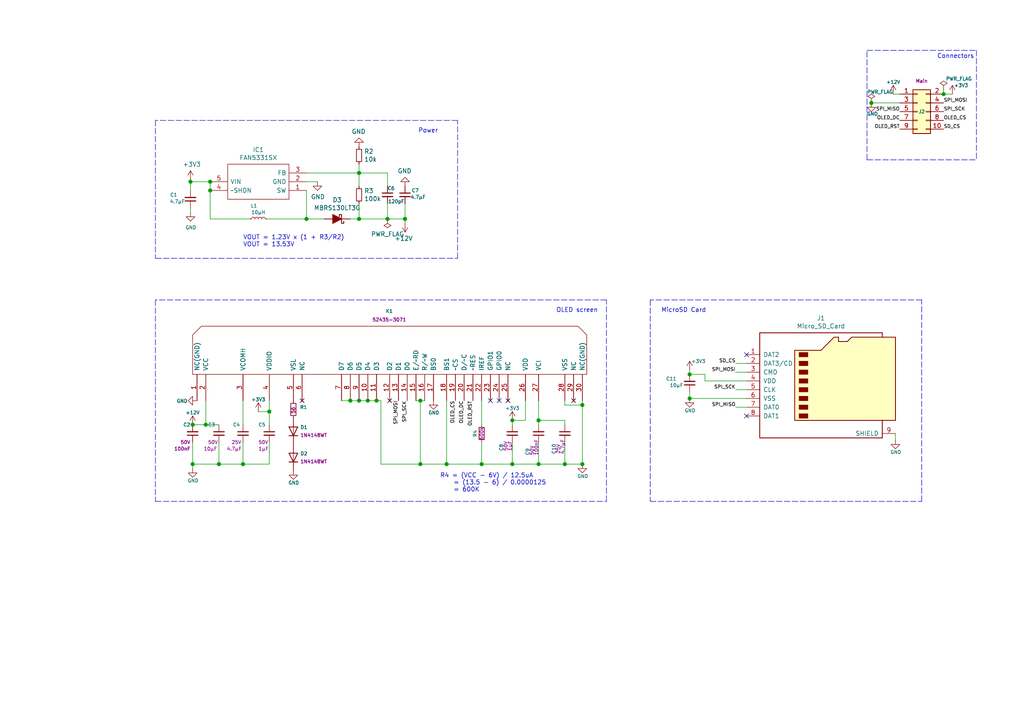
<source format=kicad_sch>
(kicad_sch (version 20210621) (generator eeschema)
  (paper "A4")
  (title_block (title "Etwow VESC Screen board"))
  (lib_symbols
    (symbol "Connector:Micro_SD_Card" (pin_names (offset 1.016))
      (property "Reference" "J" (at -16.51 15.24 0))
      (property "Value" "Micro_SD_Card" (at 16.51 15.24 0))
      (symbol "Micro_SD_Card_0_1"
        (rectangle (start -7.62 -9.525) (end -5.08 -10.795) (fill (type outline)))
        (rectangle (start -7.62 -6.985) (end -5.08 -8.255) (fill (type outline)))
        (rectangle (start -7.62 -4.445) (end -5.08 -5.715) (fill (type outline)))
        (rectangle (start -7.62 -1.905) (end -5.08 -3.175) (fill (type outline)))
        (rectangle (start -7.62 0.635) (end -5.08 -0.635) (fill (type outline)))
        (rectangle (start -7.62 3.175) (end -5.08 1.905) (fill (type outline)))
        (rectangle (start -7.62 5.715) (end -5.08 4.445) (fill (type outline)))
        (rectangle (start -7.62 8.255) (end -5.08 6.985) (fill (type outline)))
        (polyline (pts (xy 16.51 12.7) (xy 16.51 13.97) (xy -19.05 13.97) (xy -19.05 -16.51) (xy 16.51 -16.51) (xy 16.51 -11.43)) (stroke (width 0.254)))
        (polyline (pts (xy -8.89 -11.43) (xy -8.89 8.89) (xy -1.27 8.89) (xy 2.54 12.7) (xy 3.81 12.7) (xy 3.81 11.43) (xy 6.35 11.43) (xy 7.62 12.7) (xy 20.32 12.7) (xy 20.32 -11.43) (xy -8.89 -11.43)) (stroke (width 0.254)) (fill (type background)))
      )
      (symbol "Micro_SD_Card_1_1"
        (pin bidirectional line (at -22.86 7.62 0) (length 3.81) (name "DAT2") (number "1"))
        (pin bidirectional line (at -22.86 5.08 0) (length 3.81) (name "DAT3/CD") (number "2"))
        (pin input line (at -22.86 2.54 0) (length 3.81) (name "CMD") (number "3"))
        (pin power_in line (at -22.86 0 0) (length 3.81) (name "VDD") (number "4"))
        (pin input line (at -22.86 -2.54 0) (length 3.81) (name "CLK") (number "5"))
        (pin power_in line (at -22.86 -5.08 0) (length 3.81) (name "VSS") (number "6"))
        (pin bidirectional line (at -22.86 -7.62 0) (length 3.81) (name "DAT0") (number "7"))
        (pin bidirectional line (at -22.86 -10.16 0) (length 3.81) (name "DAT1") (number "8"))
        (pin passive line (at 20.32 -15.24 180) (length 3.81) (name "SHIELD") (number "9"))
      )
    )
    (symbol "Connector_Generic:Conn_02x05_Odd_Even" (pin_names (offset 1.016) hide)
      (property "Reference" "J" (at 1.27 7.62 0))
      (property "Value" "Conn_02x05_Odd_Even" (at 1.27 -7.62 0))
      (symbol "Conn_02x05_Odd_Even_1_1"
        (rectangle (start -1.27 -4.953) (end 0 -5.207) (stroke (width 0.1524)))
        (rectangle (start -1.27 -2.413) (end 0 -2.667) (stroke (width 0.1524)))
        (rectangle (start -1.27 0.127) (end 0 -0.127) (stroke (width 0.1524)))
        (rectangle (start -1.27 2.667) (end 0 2.413) (stroke (width 0.1524)))
        (rectangle (start -1.27 5.207) (end 0 4.953) (stroke (width 0.1524)))
        (rectangle (start 3.81 -4.953) (end 2.54 -5.207) (stroke (width 0.1524)))
        (rectangle (start 3.81 -2.413) (end 2.54 -2.667) (stroke (width 0.1524)))
        (rectangle (start 3.81 0.127) (end 2.54 -0.127) (stroke (width 0.1524)))
        (rectangle (start 3.81 2.667) (end 2.54 2.413) (stroke (width 0.1524)))
        (rectangle (start 3.81 5.207) (end 2.54 4.953) (stroke (width 0.1524)))
        (rectangle (start -1.27 6.35) (end 3.81 -6.35) (stroke (width 0.254)) (fill (type background)))
        (pin passive line (at -5.08 5.08 0) (length 3.81) (name "Pin_1") (number "1"))
        (pin passive line (at 7.62 -5.08 180) (length 3.81) (name "Pin_10") (number "10"))
        (pin passive line (at 7.62 5.08 180) (length 3.81) (name "Pin_2") (number "2"))
        (pin passive line (at -5.08 2.54 0) (length 3.81) (name "Pin_3") (number "3"))
        (pin passive line (at 7.62 2.54 180) (length 3.81) (name "Pin_4") (number "4"))
        (pin passive line (at -5.08 0 0) (length 3.81) (name "Pin_5") (number "5"))
        (pin passive line (at 7.62 0 180) (length 3.81) (name "Pin_6") (number "6"))
        (pin passive line (at -5.08 -2.54 0) (length 3.81) (name "Pin_7") (number "7"))
        (pin passive line (at 7.62 -2.54 180) (length 3.81) (name "Pin_8") (number "8"))
        (pin passive line (at -5.08 -5.08 0) (length 3.81) (name "Pin_9") (number "9"))
      )
    )
    (symbol "Device:C_Small" (pin_numbers hide) (pin_names (offset 0.254) hide)
      (property "Reference" "C" (at 0.254 1.778 0))
      (property "Value" "C_Small" (at 0.254 -2.032 0))
      (symbol "C_Small_0_1"
        (polyline (pts (xy -1.524 -0.508) (xy 1.524 -0.508)) (stroke (width 0.3302)))
        (polyline (pts (xy -1.524 0.508) (xy 1.524 0.508)) (stroke (width 0.3048)))
      )
      (symbol "C_Small_1_1"
        (pin passive line (at 0 2.54 270) (length 2.032) (name "~") (number "1"))
        (pin passive line (at 0 -2.54 90) (length 2.032) (name "~") (number "2"))
      )
    )
    (symbol "Device:D_Schottky_ALT" (pin_numbers hide) (pin_names (offset 1.016) hide)
      (property "Reference" "D" (at 0 2.54 0))
      (property "Value" "Device_D_Schottky_ALT" (at 0 -2.54 0))
      (symbol "D_Schottky_ALT_0_1"
        (polyline (pts (xy 1.27 0) (xy -1.27 0)))
        (polyline (pts (xy -1.905 0.635) (xy -1.905 1.27) (xy -1.27 1.27) (xy -1.27 -1.27) (xy -0.635 -1.27) (xy -0.635 -0.635)) (stroke (width 0.254)))
        (polyline (pts (xy 1.27 1.27) (xy 1.27 -1.27) (xy -1.27 0) (xy 1.27 1.27)) (stroke (width 0.254)) (fill (type outline)))
      )
      (symbol "D_Schottky_ALT_1_1"
        (pin passive line (at -3.81 0 0) (length 2.54) (name "K") (number "1"))
        (pin passive line (at 3.81 0 180) (length 2.54) (name "A") (number "2"))
      )
    )
    (symbol "Device:L_Small" (pin_numbers hide) (pin_names (offset 0.254) hide)
      (property "Reference" "L" (at 0.762 1.016 0))
      (property "Value" "L_Small" (at 0.762 -1.016 0))
      (symbol "L_Small_0_1"
        (arc (start 0 -2.032) (end 0 -1.016) (radius (at 0 -1.524) (length 0.508) (angles -89.9 89.9)))
        (arc (start 0 -1.016) (end 0 0) (radius (at 0 -0.508) (length 0.508) (angles -89.9 89.9)))
        (arc (start 0 0) (end 0 1.016) (radius (at 0 0.508) (length 0.508) (angles -89.9 89.9)))
        (arc (start 0 1.016) (end 0 2.032) (radius (at 0 1.524) (length 0.508) (angles -89.9 89.9)))
      )
      (symbol "L_Small_1_1"
        (pin passive line (at 0 2.54 270) (length 0.508) (name "~") (number "1"))
        (pin passive line (at 0 -2.54 90) (length 0.508) (name "~") (number "2"))
      )
    )
    (symbol "Device:R_Small" (pin_numbers hide) (pin_names (offset 0.254) hide)
      (property "Reference" "R" (at 0.762 0.508 0))
      (property "Value" "R_Small" (at 0.762 -1.016 0))
      (symbol "R_Small_0_1"
        (rectangle (start -0.762 1.778) (end 0.762 -1.778) (stroke (width 0.2032)))
      )
      (symbol "R_Small_1_1"
        (pin passive line (at 0 2.54 270) (length 0.762) (name "~") (number "1"))
        (pin passive line (at 0 -2.54 90) (length 0.762) (name "~") (number "2"))
      )
    )
    (symbol "Diode:1N4148WT" (pin_numbers hide) (pin_names (offset 1.016) hide)
      (property "Reference" "D" (at 0 2.54 0))
      (property "Value" "1N4148WT" (at 0 -2.54 0))
      (symbol "1N4148WT_0_1"
        (polyline (pts (xy -1.27 1.27) (xy -1.27 -1.27)) (stroke (width 0.254)))
        (polyline (pts (xy 1.27 0) (xy -1.27 0)))
        (polyline (pts (xy 1.27 1.27) (xy 1.27 -1.27) (xy -1.27 0) (xy 1.27 1.27)) (stroke (width 0.254)))
      )
      (symbol "1N4148WT_1_1"
        (pin passive line (at -3.81 0 0) (length 2.54) (name "K") (number "1"))
        (pin passive line (at 3.81 0 180) (length 2.54) (name "A") (number "2"))
      )
    )
    (symbol "SamacSys_Parts:FAN5331SX" (pin_names (offset 0.762))
      (property "Reference" "IC" (at 24.13 7.62 0))
      (property "Value" "FAN5331SX" (at 24.13 5.08 0))
      (symbol "FAN5331SX_0_0"
        (pin passive line (at 0 0 0) (length 5.08) (name "SW") (number "1"))
        (pin passive line (at 0 -2.54 0) (length 5.08) (name "GND") (number "2"))
        (pin passive line (at 0 -5.08 0) (length 5.08) (name "FB") (number "3"))
        (pin passive line (at 27.94 0 180) (length 5.08) (name "~SHDN") (number "4"))
        (pin passive line (at 27.94 -2.54 180) (length 5.08) (name "VIN") (number "5"))
      )
      (symbol "FAN5331SX_0_1"
        (polyline (pts (xy 5.08 2.54) (xy 22.86 2.54) (xy 22.86 -7.62) (xy 5.08 -7.62) (xy 5.08 2.54)) (stroke (width 0.1524)))
      )
    )
    (symbol "VESC_UI-rescue:K_0051-DVB_K-DK3_GUI-PI-rescue" (pin_names (offset 1.016))
      (property "Reference" "K" (at 48.26 15.24 0))
      (property "Field4" "52435-3071" (at 0 16.51 0))
      (symbol "K_0051-DVB_K-DK3_GUI-PI-rescue_0_1"
        (polyline (pts (xy -58.42 0) (xy -58.42 11.43) (xy -55.88 13.97) (xy 53.34 13.97) (xy 55.88 11.43) (xy 55.88 0) (xy -58.42 0)))
      )
      (symbol "K_0051-DVB_K-DK3_GUI-PI-rescue_1_1"
        (pin input line (at -57.15 -7.62 90) (length 7.62) (name "NC(GND)") (number "1"))
        (pin input line (at -7.62 -7.62 90) (length 7.62) (name "D4") (number "10"))
        (pin input line (at -5.08 -7.62 90) (length 7.62) (name "D3") (number "11"))
        (pin no_connect line (at -1.27 -7.62 90) (length 7.62) (name "D2") (number "12"))
        (pin input line (at 1.27 -7.62 90) (length 7.62) (name "D1") (number "13"))
        (pin input line (at 3.81 -7.62 90) (length 7.62) (name "D0") (number "14"))
        (pin input line (at 6.35 -7.62 90) (length 7.62) (name "E/~RD") (number "15"))
        (pin input line (at 8.89 -7.62 90) (length 7.62) (name "R/~W") (number "16"))
        (pin input line (at 11.43 -7.62 90) (length 7.62) (name "BS0") (number "17"))
        (pin input line (at 15.24 -7.62 90) (length 7.62) (name "BS1") (number "18"))
        (pin input line (at 17.78 -7.62 90) (length 7.62) (name "~CS") (number "19"))
        (pin input line (at -54.61 -7.62 90) (length 7.62) (name "VCC") (number "2"))
        (pin input line (at 20.32 -7.62 90) (length 7.62) (name "D/~C") (number "20"))
        (pin input line (at 22.86 -7.62 90) (length 7.62) (name "~RES") (number "21"))
        (pin input line (at 25.4 -7.62 90) (length 7.62) (name "IREF") (number "22"))
        (pin bidirectional line (at 27.94 -7.62 90) (length 7.62) (name "GPIO1") (number "23"))
        (pin bidirectional line (at 30.48 -7.62 90) (length 7.62) (name "GPIO0") (number "24"))
        (pin no_connect line (at 33.02 -7.62 90) (length 7.62) (name "NC") (number "25"))
        (pin input line (at 38.1 -7.62 90) (length 7.62) (name "VDD") (number "26"))
        (pin input line (at 41.91 -7.62 90) (length 7.62) (name "VCI") (number "27"))
        (pin input line (at 49.53 -7.62 90) (length 7.62) (name "VSS") (number "28"))
        (pin no_connect line (at 52.07 -7.62 90) (length 7.62) (name "NC") (number "29"))
        (pin input line (at -43.815 -7.62 90) (length 7.62) (name "VCOMH") (number "3"))
        (pin input line (at 54.61 -7.62 90) (length 7.62) (name "NC(GND)") (number "30"))
        (pin input line (at -36.195 -7.62 90) (length 7.62) (name "VDDIO") (number "4"))
        (pin input line (at -29.21 -7.62 90) (length 7.62) (name "VSL") (number "5"))
        (pin no_connect line (at -26.67 -7.62 90) (length 7.62) (name "NC") (number "6"))
        (pin input line (at -15.24 -7.62 90) (length 7.62) (name "D7") (number "7"))
        (pin input line (at -12.7 -7.62 90) (length 7.62) (name "D6") (number "8"))
        (pin input line (at -10.16 -7.62 90) (length 7.62) (name "D5") (number "9"))
      )
    )
    (symbol "power:+12V" (power) (pin_names (offset 0))
      (property "Value" "+12V" (at 0 3.556 0))
      (symbol "+12V_0_1"
        (polyline (pts (xy -0.762 1.27) (xy 0 2.54)))
        (polyline (pts (xy 0 0) (xy 0 2.54)))
        (polyline (pts (xy 0 2.54) (xy 0.762 1.27)))
      )
      (symbol "+12V_1_1"
        (pin power_in line (at 0 0 90) (length 0) hide (name "+12V") (number "1"))
      )
    )
    (symbol "power:+3.3V" (power) (pin_names (offset 0))
      (property "Value" "+3.3V" (at 0 3.556 0))
      (symbol "+3.3V_0_1"
        (polyline (pts (xy -0.762 1.27) (xy 0 2.54)))
        (polyline (pts (xy 0 0) (xy 0 2.54)))
        (polyline (pts (xy 0 2.54) (xy 0.762 1.27)))
      )
      (symbol "+3.3V_1_1"
        (pin power_in line (at 0 0 90) (length 0) hide (name "+3V3") (number "1"))
      )
    )
    (symbol "power:GND" (power) (pin_names (offset 0))
      (property "Value" "GND" (at 0 -3.81 0))
      (symbol "GND_0_1"
        (polyline (pts (xy 0 0) (xy 0 -1.27) (xy 1.27 -1.27) (xy 0 -2.54) (xy -1.27 -1.27) (xy 0 -1.27)))
      )
      (symbol "GND_1_1"
        (pin power_in line (at 0 0 270) (length 0) hide (name "GND") (number "1"))
      )
    )
    (symbol "power:PWR_FLAG" (power) (pin_numbers hide) (pin_names (offset 0) hide)
      (property "Value" "PWR_FLAG" (at 0 3.81 0))
      (symbol "PWR_FLAG_0_0"
        (pin power_out line (at 0 0 90) (length 0) (name "pwr") (number "1"))
      )
      (symbol "PWR_FLAG_0_1"
        (polyline (pts (xy 0 0) (xy 0 1.27) (xy -1.016 1.905) (xy 0 2.54) (xy 1.016 1.905) (xy 0 1.27)))
      )
    )
  )
  (junction (at 55.245 52.705) (diameter 1.016))
  (junction (at 55.88 123.19) (diameter 1.016))
  (junction (at 55.88 134.62) (diameter 1.016))
  (junction (at 59.69 123.19) (diameter 1.016))
  (junction (at 60.96 52.705) (diameter 1.016))
  (junction (at 60.96 55.245) (diameter 1.016))
  (junction (at 63.5 134.62) (diameter 1.016))
  (junction (at 70.485 134.62) (diameter 1.016))
  (junction (at 78.105 119.38) (diameter 1.016))
  (junction (at 88.9 63.5) (diameter 1.016))
  (junction (at 101.6 116.205) (diameter 1.016))
  (junction (at 104.14 50.165) (diameter 1.016))
  (junction (at 104.14 63.5) (diameter 1.016))
  (junction (at 104.14 116.205) (diameter 1.016))
  (junction (at 106.68 116.205) (diameter 1.016))
  (junction (at 109.22 116.205) (diameter 1.016))
  (junction (at 112.395 63.5) (diameter 1.016))
  (junction (at 117.475 63.5) (diameter 1.016))
  (junction (at 121.92 116.205) (diameter 1.016))
  (junction (at 121.92 134.62) (diameter 1.016))
  (junction (at 129.54 134.62) (diameter 1.016))
  (junction (at 139.7 134.62) (diameter 1.016))
  (junction (at 148.59 121.92) (diameter 1.016))
  (junction (at 148.59 134.62) (diameter 1.016))
  (junction (at 156.21 121.92) (diameter 1.016))
  (junction (at 156.21 134.62) (diameter 1.016))
  (junction (at 163.83 134.62) (diameter 1.016))
  (junction (at 168.91 117.475) (diameter 1.016))
  (junction (at 168.91 134.62) (diameter 1.016))
  (junction (at 200.025 108.585) (diameter 1.016))
  (junction (at 200.025 115.57) (diameter 1.016))
  (junction (at 252.73 29.845) (diameter 1.016))
  (junction (at 273.685 27.305) (diameter 1.016))
  (no_connect (at 87.63 116.205))
  (no_connect (at 113.03 116.205))
  (no_connect (at 142.24 116.205))
  (no_connect (at 144.78 116.205))
  (no_connect (at 147.32 116.205))
  (no_connect (at 166.37 116.205))
  (no_connect (at 216.535 102.87))
  (no_connect (at 216.535 120.65))
  (wire (pts (xy 55.245 52.705) (xy 55.245 52.07)))
  (wire (pts (xy 55.245 52.705) (xy 55.245 55.245)))
  (wire (pts (xy 55.245 60.325) (xy 55.245 61.595)))
  (wire (pts (xy 55.88 123.19) (xy 59.69 123.19)))
  (wire (pts (xy 55.88 134.62) (xy 55.88 128.27)))
  (wire (pts (xy 55.88 135.89) (xy 55.88 134.62)))
  (wire (pts (xy 59.69 116.205) (xy 59.69 123.19)))
  (wire (pts (xy 59.69 123.19) (xy 63.5 123.19)))
  (wire (pts (xy 60.96 52.705) (xy 55.245 52.705)))
  (wire (pts (xy 60.96 55.245) (xy 60.96 52.705)))
  (wire (pts (xy 60.96 55.245) (xy 60.96 63.5)))
  (wire (pts (xy 63.5 134.62) (xy 55.88 134.62)))
  (wire (pts (xy 63.5 134.62) (xy 63.5 128.27)))
  (wire (pts (xy 70.485 116.205) (xy 70.485 123.19)))
  (wire (pts (xy 70.485 134.62) (xy 63.5 134.62)))
  (wire (pts (xy 70.485 134.62) (xy 70.485 128.27)))
  (wire (pts (xy 72.39 63.5) (xy 60.96 63.5)))
  (wire (pts (xy 74.93 119.38) (xy 78.105 119.38)))
  (wire (pts (xy 77.47 63.5) (xy 88.9 63.5)))
  (wire (pts (xy 78.105 116.205) (xy 78.105 119.38)))
  (wire (pts (xy 78.105 119.38) (xy 78.105 123.19)))
  (wire (pts (xy 78.105 128.27) (xy 78.105 134.62)))
  (wire (pts (xy 78.105 134.62) (xy 70.485 134.62)))
  (wire (pts (xy 88.9 52.705) (xy 92.075 52.705)))
  (wire (pts (xy 88.9 63.5) (xy 88.9 55.245)))
  (wire (pts (xy 88.9 63.5) (xy 93.98 63.5)))
  (wire (pts (xy 99.06 116.205) (xy 101.6 116.205)))
  (wire (pts (xy 101.6 63.5) (xy 104.14 63.5)))
  (wire (pts (xy 101.6 116.205) (xy 104.14 116.205)))
  (wire (pts (xy 104.14 47.625) (xy 104.14 50.165)))
  (wire (pts (xy 104.14 50.165) (xy 88.9 50.165)))
  (wire (pts (xy 104.14 53.975) (xy 104.14 50.165)))
  (wire (pts (xy 104.14 59.055) (xy 104.14 63.5)))
  (wire (pts (xy 104.14 63.5) (xy 112.395 63.5)))
  (wire (pts (xy 106.68 116.205) (xy 104.14 116.205)))
  (wire (pts (xy 106.68 116.205) (xy 109.22 116.205)))
  (wire (pts (xy 109.22 116.205) (xy 110.49 116.205)))
  (wire (pts (xy 110.49 116.205) (xy 110.49 134.62)))
  (wire (pts (xy 110.49 134.62) (xy 121.92 134.62)))
  (wire (pts (xy 112.395 50.165) (xy 104.14 50.165)))
  (wire (pts (xy 112.395 53.975) (xy 112.395 50.165)))
  (wire (pts (xy 112.395 63.5) (xy 112.395 59.055)))
  (wire (pts (xy 112.395 63.5) (xy 117.475 63.5)))
  (wire (pts (xy 117.475 63.5) (xy 117.475 59.055)))
  (wire (pts (xy 117.475 63.5) (xy 117.475 64.77)))
  (wire (pts (xy 121.92 116.205) (xy 120.65 116.205)))
  (wire (pts (xy 121.92 116.205) (xy 121.92 134.62)))
  (wire (pts (xy 121.92 134.62) (xy 129.54 134.62)))
  (wire (pts (xy 123.19 116.205) (xy 121.92 116.205)))
  (wire (pts (xy 129.54 116.205) (xy 129.54 134.62)))
  (wire (pts (xy 129.54 134.62) (xy 139.7 134.62)))
  (wire (pts (xy 139.7 116.205) (xy 139.7 123.19)))
  (wire (pts (xy 139.7 128.27) (xy 139.7 134.62)))
  (wire (pts (xy 148.59 123.19) (xy 148.59 121.92)))
  (wire (pts (xy 148.59 128.27) (xy 148.59 134.62)))
  (wire (pts (xy 148.59 134.62) (xy 139.7 134.62)))
  (wire (pts (xy 148.59 134.62) (xy 156.21 134.62)))
  (wire (pts (xy 152.4 116.205) (xy 152.4 121.92)))
  (wire (pts (xy 152.4 121.92) (xy 148.59 121.92)))
  (wire (pts (xy 156.21 116.205) (xy 156.21 121.92)))
  (wire (pts (xy 156.21 123.19) (xy 156.21 121.92)))
  (wire (pts (xy 156.21 128.27) (xy 156.21 134.62)))
  (wire (pts (xy 156.21 134.62) (xy 163.83 134.62)))
  (wire (pts (xy 163.83 116.205) (xy 163.83 117.475)))
  (wire (pts (xy 163.83 117.475) (xy 168.91 117.475)))
  (wire (pts (xy 163.83 121.92) (xy 156.21 121.92)))
  (wire (pts (xy 163.83 121.92) (xy 163.83 123.19)))
  (wire (pts (xy 163.83 128.27) (xy 163.83 134.62)))
  (wire (pts (xy 163.83 134.62) (xy 168.91 134.62)))
  (wire (pts (xy 168.91 116.205) (xy 168.91 117.475)))
  (wire (pts (xy 168.91 117.475) (xy 168.91 134.62)))
  (wire (pts (xy 200.025 107.315) (xy 200.025 108.585)))
  (wire (pts (xy 200.025 113.665) (xy 200.025 115.57)))
  (wire (pts (xy 200.025 115.57) (xy 216.535 115.57)))
  (wire (pts (xy 204.47 108.585) (xy 200.025 108.585)))
  (wire (pts (xy 204.47 110.49) (xy 204.47 108.585)))
  (wire (pts (xy 216.535 105.41) (xy 213.36 105.41)))
  (wire (pts (xy 216.535 107.95) (xy 213.36 107.95)))
  (wire (pts (xy 216.535 110.49) (xy 204.47 110.49)))
  (wire (pts (xy 216.535 113.03) (xy 213.36 113.03)))
  (wire (pts (xy 216.535 118.11) (xy 213.36 118.11)))
  (wire (pts (xy 259.715 125.73) (xy 259.715 127.635)))
  (wire (pts (xy 260.985 27.305) (xy 259.08 27.305)))
  (wire (pts (xy 260.985 29.845) (xy 252.73 29.845)))
  (wire (pts (xy 273.685 26.035) (xy 273.685 27.305)))
  (wire (pts (xy 276.225 27.305) (xy 273.685 27.305)))
  (polyline (pts (xy 45.085 34.925) (xy 45.085 74.93)) (stroke (width 0) (type dash)))
  (polyline (pts (xy 45.085 74.93) (xy 132.715 74.93)) (stroke (width 0) (type dash)))
  (polyline (pts (xy 45.085 86.995) (xy 45.085 145.415)) (stroke (width 0) (type dash)))
  (polyline (pts (xy 45.085 145.415) (xy 175.895 145.415)) (stroke (width 0) (type dash)))
  (polyline (pts (xy 132.715 34.925) (xy 45.085 34.925)) (stroke (width 0) (type dash)))
  (polyline (pts (xy 132.715 74.93) (xy 132.715 34.925)) (stroke (width 0) (type dash)))
  (polyline (pts (xy 175.895 86.995) (xy 45.085 86.995)) (stroke (width 0) (type dash)))
  (polyline (pts (xy 175.895 145.415) (xy 175.895 86.995)) (stroke (width 0) (type dash)))
  (polyline (pts (xy 188.595 86.995) (xy 188.595 145.415)) (stroke (width 0) (type dash)))
  (polyline (pts (xy 188.595 145.415) (xy 267.335 145.415)) (stroke (width 0) (type dash)))
  (polyline (pts (xy 251.46 14.605) (xy 283.21 14.605)) (stroke (width 0) (type dash)))
  (polyline (pts (xy 251.46 46.355) (xy 251.46 14.605)) (stroke (width 0) (type dash)))
  (polyline (pts (xy 251.46 46.355) (xy 283.21 46.355)) (stroke (width 0) (type dash)))
  (polyline (pts (xy 267.335 86.995) (xy 188.595 86.995)) (stroke (width 0) (type dash)))
  (polyline (pts (xy 267.335 145.415) (xy 267.335 86.995)) (stroke (width 0) (type dash)))
  (polyline (pts (xy 283.21 14.605) (xy 283.21 46.355)) (stroke (width 0) (type dash)))
  (text "VOUT = 1.23V x (1 + R3/R2)\nVOUT = 13.53V" (at 70.485 71.755 0) (effects (font (size 1.27 1.27)) (justify left bottom)))
  (text "Power" (at 121.285 38.735 0) (effects (font (size 1.27 1.27)) (justify left bottom)))
  (text "R4 = (VCC - 6V) / 12.5uA\n    = (13.5 - 6) / 0.0000125\n    = 600K" (at 127.635 142.875 0) (effects (font (size 1.27 1.27)) (justify left bottom)))
  (text "OLED screen" (at 161.29 90.805 0) (effects (font (size 1.27 1.27)) (justify left bottom)))
  (text "MicroSD Card" (at 191.77 90.805 0) (effects (font (size 1.27 1.27)) (justify left bottom)))
  (text "Connectors" (at 282.575 17.145 180) (effects (font (size 1.27 1.27)) (justify right bottom)))
  (label "SPI_MOSI" (at 115.57 116.205 270) (effects (font (size 0.9906 0.9906))))
  (label "SPI_SCK" (at 118.11 116.205 270) (effects (font (size 0.9906 0.9906))))
  (label "OLED_CS" (at 132.08 116.205 270) (effects (font (size 0.9906 0.9906))))
  (label "OLED_DC" (at 134.62 116.205 270) (effects (font (size 0.9906 0.9906))))
  (label "OLED_RST" (at 137.16 116.205 270) (effects (font (size 0.9906 0.9906))))
  (label "SD_CS" (at 213.36 105.41 180) (effects (font (size 0.9906 0.9906))))
  (label "SPI_MOSI" (at 213.36 107.95 180) (effects (font (size 0.9906 0.9906))))
  (label "SPI_SCK" (at 213.36 113.03 180) (effects (font (size 0.9906 0.9906))))
  (label "SPI_MISO" (at 213.36 118.11 180) (effects (font (size 0.9906 0.9906))))
  (label "SPI_MISO" (at 260.985 32.385 180) (effects (font (size 0.9906 0.9906))))
  (label "OLED_DC" (at 260.985 34.925 180) (effects (font (size 0.9906 0.9906))))
  (label "OLED_RST" (at 260.985 37.465 180) (effects (font (size 0.9906 0.9906))))
  (label "SPI_MOSI" (at 273.685 29.845 0) (effects (font (size 0.9906 0.9906))))
  (label "SPI_SCK" (at 273.685 32.385 0) (effects (font (size 0.9906 0.9906))))
  (label "OLED_CS" (at 273.685 34.925 0) (effects (font (size 0.9906 0.9906))))
  (label "SD_CS" (at 273.685 37.465 0) (effects (font (size 0.9906 0.9906))))
  (symbol (lib_id "power:+3.3V") (at 55.245 52.07 0) (unit 1)
    (property "Reference" "#PWR01" (effects hide))
    (property "Value" "+3.3V" (at 55.626 47.6758 0))
  )
  (symbol (lib_id "power:+12V") (at 55.88 123.19 0) (unit 1)
    (property "Reference" "#PWR03" (effects hide))
    (property "Value" "+12V" (at 55.88 119.6848 0) (effects (font (size 0.9906 0.9906))))
  )
  (symbol (lib_id "power:+3.3V") (at 74.93 119.38 0) (unit 1)
    (property "Reference" "#PWR06" (effects hide))
    (property "Value" "+3.3V" (at 74.93 115.8748 0) (effects (font (size 0.9906 0.9906))))
  )
  (symbol (lib_id "power:+12V") (at 117.475 64.77 180) (unit 1)
    (property "Reference" "#PWR011" (effects hide))
    (property "Value" "+12V" (at 117.094 69.1642 0))
  )
  (symbol (lib_id "power:+3.3V") (at 148.59 121.92 0) (unit 1)
    (property "Reference" "#PWR013" (effects hide))
    (property "Value" "+3.3V" (at 148.59 118.4148 0) (effects (font (size 0.9906 0.9906))))
  )
  (symbol (lib_id "power:+3.3V") (at 200.025 107.315 0) (unit 1)
    (property "Reference" "#PWR015" (effects hide))
    (property "Value" "+3.3V" (at 202.565 104.775 0) (effects (font (size 0.9906 0.9906))))
  )
  (symbol (lib_id "power:+12V") (at 259.08 27.305 0) (unit 1)
    (property "Reference" "#PWR018" (effects hide))
    (property "Value" "+12V" (at 259.08 23.7998 0) (effects (font (size 0.9906 0.9906))))
  )
  (symbol (lib_id "power:+3.3V") (at 276.225 27.305 0) (unit 1)
    (property "Reference" "#PWR020" (effects hide))
    (property "Value" "+3.3V" (at 278.765 24.765 0) (effects (font (size 0.9906 0.9906))))
  )
  (symbol (lib_id "Device:L_Small") (at 74.93 63.5 90) (unit 1)
    (property "Reference" "L1" (at 73.66 59.69 90) (effects (font (size 0.9906 0.9906))))
    (property "Value" "10µH" (at 74.93 61.595 90) (effects (font (size 0.9906 0.9906))))
    (property "Footprint" "Inductor_SMD:L_Coilcraft_LPS5030" (effects hide))
    (property "Field4" "LPS5030-103MRB" (effects hide))
    (property "Field5" "1.4A" (effects hide))
    (property "Field6" "COIL" (effects hide))
  )
  (symbol (lib_id "power:PWR_FLAG") (at 112.395 63.5 180) (unit 1)
    (property "Reference" "#FLG01" (effects hide))
    (property "Value" "PWR_FLAG" (at 112.395 67.8942 0))
  )
  (symbol (lib_id "power:PWR_FLAG") (at 252.73 29.845 0) (unit 1)
    (property "Reference" "#FLG0101" (effects hide))
    (property "Value" "PWR_FLAG" (at 255.27 26.67 0) (effects (font (size 0.9906 0.9906))))
  )
  (symbol (lib_id "power:PWR_FLAG") (at 273.685 26.035 0) (unit 1)
    (property "Reference" "#FLG03" (effects hide))
    (property "Value" "PWR_FLAG" (at 278.13 22.86 0) (effects (font (size 0.9906 0.9906))))
  )
  (symbol (lib_id "power:GND") (at 55.245 61.595 0) (unit 1)
    (property "Reference" "#PWR02" (effects hide))
    (property "Value" "GND" (at 55.372 65.9892 0) (effects (font (size 0.9906 0.9906))))
  )
  (symbol (lib_id "power:GND") (at 55.88 135.89 0) (unit 1)
    (property "Reference" "#PWR04" (effects hide))
    (property "Value" "GND" (at 55.9816 139.3952 0) (effects (font (size 0.9906 0.9906))))
  )
  (symbol (lib_id "power:GND") (at 57.15 116.205 270) (unit 1)
    (property "Reference" "#PWR05" (effects hide))
    (property "Value" "GND" (at 54.4068 116.3066 90) (effects (font (size 0.9906 0.9906)) (justify right)))
  )
  (symbol (lib_id "power:GND") (at 85.09 136.525 0) (unit 1)
    (property "Reference" "#PWR07" (effects hide))
    (property "Value" "GND" (at 85.1916 140.0302 0) (effects (font (size 0.9906 0.9906))))
  )
  (symbol (lib_id "power:GND") (at 92.075 52.705 0) (unit 1)
    (property "Reference" "#PWR08" (effects hide))
    (property "Value" "GND" (at 92.202 57.0992 0))
  )
  (symbol (lib_id "power:GND") (at 104.14 42.545 180) (unit 1)
    (property "Reference" "#PWR09" (effects hide))
    (property "Value" "GND" (at 104.013 38.1508 0))
  )
  (symbol (lib_id "power:GND") (at 117.475 53.975 180) (unit 1)
    (property "Reference" "#PWR010" (effects hide))
    (property "Value" "GND" (at 117.348 49.5808 0))
  )
  (symbol (lib_id "power:GND") (at 125.73 116.205 0) (unit 1)
    (property "Reference" "#PWR012" (effects hide))
    (property "Value" "GND" (at 125.8316 119.7102 0) (effects (font (size 0.9906 0.9906))))
  )
  (symbol (lib_id "power:GND") (at 168.91 134.62 0) (unit 1)
    (property "Reference" "#PWR014" (effects hide))
    (property "Value" "GND" (at 169.0116 138.1252 0) (effects (font (size 0.9906 0.9906))))
  )
  (symbol (lib_id "power:GND") (at 200.025 115.57 0) (unit 1)
    (property "Reference" "#PWR016" (effects hide))
    (property "Value" "GND" (at 200.1266 119.0752 0) (effects (font (size 0.9906 0.9906))))
  )
  (symbol (lib_id "power:GND") (at 252.73 29.845 0) (unit 1)
    (property "Reference" "#PWR019" (effects hide))
    (property "Value" "GND" (at 254.635 33.02 0) (effects (font (size 0.9906 0.9906)) (justify right)))
  )
  (symbol (lib_id "power:GND") (at 259.715 127.635 0) (unit 1)
    (property "Reference" "#PWR017" (effects hide))
    (property "Value" "GND" (at 259.8166 131.1402 0) (effects (font (size 0.9906 0.9906))))
  )
  (symbol (lib_id "Device:R_Small") (at 85.09 118.745 0) (unit 1)
    (property "Reference" "R1" (at 86.995 118.11 0) (effects (font (size 0.9906 0.9906)) (justify left)))
    (property "Value" "56 Ohm" (effects hide))
    (property "Footprint" "Resistor_SMD:R_0603_1608Metric_Pad1.05x0.95mm_HandSolder" (effects hide))
    (property "Datasheet" "generic" (effects hide))
    (property "Field4" "56" (at 85.09 120.015 90) (effects (font (size 0.9906 0.9906)) (justify left)))
    (property "Field5" "5%" (effects hide))
    (property "Field6" "100mW" (effects hide))
  )
  (symbol (lib_id "Device:R_Small") (at 104.14 45.085 0) (unit 1)
    (property "Reference" "R2" (at 105.6386 43.9166 0) (effects (justify left)))
    (property "Value" "10k" (at 105.6386 46.228 0) (effects (justify left)))
    (property "Footprint" "Resistor_SMD:R_0603_1608Metric_Pad1.05x0.95mm_HandSolder" (effects hide))
  )
  (symbol (lib_id "Device:R_Small") (at 104.14 56.515 0) (unit 1)
    (property "Reference" "R3" (at 105.6386 55.3466 0) (effects (justify left)))
    (property "Value" "100k" (at 105.6386 57.658 0) (effects (justify left)))
    (property "Footprint" "Resistor_SMD:R_0603_1608Metric_Pad1.05x0.95mm_HandSolder" (effects hide))
  )
  (symbol (lib_id "Device:R_Small") (at 139.7 125.73 180) (unit 1)
    (property "Reference" "R4" (at 137.795 125.73 90) (effects (font (size 0.9906 0.9906))))
    (property "Value" "600k" (effects hide))
    (property "Footprint" "Resistor_SMD:R_0603_1608Metric_Pad1.05x0.95mm_HandSolder" (effects hide))
    (property "Datasheet" "generic" (effects hide))
    (property "Field4" "600k" (at 139.7 125.73 90) (effects (font (size 0.9906 0.9906))))
    (property "Field5" "1%" (effects hide))
    (property "Field6" "100mW" (effects hide))
  )
  (symbol (lib_id "Device:C_Small") (at 55.245 57.785 0) (mirror x) (unit 1)
    (property "Reference" "C1" (at 51.435 56.515 0) (effects (font (size 0.9906 0.9906)) (justify right)))
    (property "Value" "4.7µF" (at 51.435 58.42 0) (effects (font (size 0.9906 0.9906))))
    (property "Footprint" "Capacitor_SMD:C_0603_1608Metric_Pad1.05x0.95mm_HandSolder" (effects hide))
    (property "Datasheet" "generic" (effects hide))
    (property "Field4" "CER" (effects hide))
    (property "Field6" "25V" (effects hide))
    (property "Field7" "X5R" (effects hide))
    (property "Field8" "10%" (effects hide))
  )
  (symbol (lib_id "Device:C_Small") (at 55.88 125.73 0) (mirror x) (unit 1)
    (property "Reference" "C2" (at 55.245 123.19 0) (effects (font (size 0.9906 0.9906)) (justify right)))
    (property "Value" "100nF" (effects hide))
    (property "Footprint" "Capacitor_SMD:C_0603_1608Metric_Pad1.05x0.95mm_HandSolder" (effects hide))
    (property "Datasheet" "generic" (effects hide))
    (property "Field4" "CER" (effects hide))
    (property "Field5" "100nF" (at 55.245 130.175 0) (effects (font (size 0.9906 0.9906)) (justify right)))
    (property "Field6" "50V" (at 55.245 128.27 0) (effects (font (size 0.9906 0.9906)) (justify right)))
    (property "Field7" "X5R" (effects hide))
    (property "Field8" "10%" (effects hide))
  )
  (symbol (lib_id "Device:C_Small") (at 63.5 125.73 0) (unit 1)
    (property "Reference" "C3" (at 60.325 123.19 0) (effects (font (size 0.9906 0.9906)) (justify left)))
    (property "Value" "10µF" (effects hide))
    (property "Footprint" "Capacitor_SMD:C_1206_3216Metric_Pad1.42x1.75mm_HandSolder" (effects hide))
    (property "Datasheet" "generic" (effects hide))
    (property "Field4" "CER" (effects hide))
    (property "Field5" "10µF" (at 59.055 130.175 0) (effects (font (size 0.9906 0.9906)) (justify left)))
    (property "Field6" "50V" (at 60.325 128.27 0) (effects (font (size 0.9906 0.9906)) (justify left)))
    (property "Field7" "X5R" (effects hide))
    (property "Field8" "20%" (effects hide))
  )
  (symbol (lib_id "Device:C_Small") (at 70.485 125.73 0) (mirror y) (unit 1)
    (property "Reference" "C4" (at 68.58 123.19 0) (effects (font (size 0.9906 0.9906))))
    (property "Value" "4.7µF" (effects hide))
    (property "Footprint" "Capacitor_SMD:C_0603_1608Metric_Pad1.05x0.95mm_HandSolder" (effects hide))
    (property "Datasheet" "generic" (effects hide))
    (property "Field4" "CER" (effects hide))
    (property "Field5" "4.7µF" (at 67.945 130.175 0) (effects (font (size 0.9906 0.9906))))
    (property "Field6" "25V" (at 68.58 128.27 0) (effects (font (size 0.9906 0.9906))))
    (property "Field7" "X5R" (effects hide))
    (property "Field8" "10%" (effects hide))
  )
  (symbol (lib_id "Device:C_Small") (at 78.105 125.73 0) (unit 1)
    (property "Reference" "C5" (at 74.93 123.19 0) (effects (font (size 0.9906 0.9906)) (justify left)))
    (property "Value" "1µF" (effects hide))
    (property "Footprint" "Capacitor_SMD:C_0805_2012Metric_Pad1.15x1.40mm_HandSolder" (effects hide))
    (property "Datasheet" "generic" (effects hide))
    (property "Field4" "CER" (effects hide))
    (property "Field5" "1µF" (at 74.93 130.175 0) (effects (font (size 0.9906 0.9906)) (justify left)))
    (property "Field6" "50V" (at 74.93 128.27 0) (effects (font (size 0.9906 0.9906)) (justify left)))
    (property "Field7" "X7R" (effects hide))
    (property "Field8" "10%" (effects hide))
  )
  (symbol (lib_id "Device:C_Small") (at 112.395 56.515 0) (mirror y) (unit 1)
    (property "Reference" "C6" (at 112.395 54.61 0) (effects (font (size 0.9906 0.9906)) (justify right)))
    (property "Value" "120pF" (at 114.935 58.42 0) (effects (font (size 0.9906 0.9906))))
    (property "Footprint" "Capacitor_SMD:C_0603_1608Metric_Pad1.05x0.95mm_HandSolder" (effects hide))
    (property "Datasheet" "generic" (effects hide))
    (property "Field4" "CER" (effects hide))
    (property "Field6" "25V" (effects hide))
    (property "Field7" "X5R" (effects hide))
    (property "Field8" "10%" (effects hide))
  )
  (symbol (lib_id "Device:C_Small") (at 117.475 56.515 0) (mirror y) (unit 1)
    (property "Reference" "C7" (at 119.38 55.245 0) (effects (font (size 0.9906 0.9906)) (justify right)))
    (property "Value" "4.7µF" (at 121.285 57.15 0) (effects (font (size 0.9906 0.9906))))
    (property "Footprint" "Capacitor_SMD:C_0603_1608Metric_Pad1.05x0.95mm_HandSolder" (effects hide))
    (property "Datasheet" "generic" (effects hide))
    (property "Field4" "CER" (effects hide))
    (property "Field6" "25V" (effects hide))
    (property "Field7" "X5R" (effects hide))
    (property "Field8" "10%" (effects hide))
  )
  (symbol (lib_id "Device:C_Small") (at 148.59 125.73 0) (unit 1)
    (property "Reference" "C8" (at 145.415 130.81 90) (effects (font (size 0.9906 0.9906)) (justify left)))
    (property "Value" "1µF" (effects hide))
    (property "Footprint" "Capacitor_SMD:C_0805_2012Metric_Pad1.15x1.40mm_HandSolder" (effects hide))
    (property "Datasheet" "generic" (effects hide))
    (property "Field4" "CER" (effects hide))
    (property "Field5" "1µF" (at 147.955 130.81 90) (effects (font (size 0.9906 0.9906)) (justify left)))
    (property "Field6" "50V" (at 146.685 130.81 90) (effects (font (size 0.9906 0.9906)) (justify left)))
    (property "Field7" "X7R" (effects hide))
    (property "Field8" "10%" (effects hide))
  )
  (symbol (lib_id "Device:C_Small") (at 156.21 125.73 0) (mirror x) (unit 1)
    (property "Reference" "C9" (at 153.035 132.08 90) (effects (font (size 0.9906 0.9906)) (justify right)))
    (property "Value" "100nF" (effects hide))
    (property "Footprint" "Capacitor_SMD:C_0603_1608Metric_Pad1.05x0.95mm_HandSolder" (effects hide))
    (property "Datasheet" "generic" (effects hide))
    (property "Field4" "CER" (effects hide))
    (property "Field5" "100nF" (at 155.575 132.08 90) (effects (font (size 0.9906 0.9906)) (justify right)))
    (property "Field6" "50V" (at 154.305 132.08 90) (effects (font (size 0.9906 0.9906)) (justify right)))
    (property "Field7" "X5R" (effects hide))
    (property "Field8" "10%" (effects hide))
  )
  (symbol (lib_id "Device:C_Small") (at 163.83 125.73 0) (mirror y) (unit 1)
    (property "Reference" "C10" (at 160.655 130.175 90) (effects (font (size 0.9906 0.9906))))
    (property "Value" "4.7µF" (effects hide))
    (property "Footprint" "Capacitor_SMD:C_0603_1608Metric_Pad1.05x0.95mm_HandSolder" (effects hide))
    (property "Datasheet" "generic" (effects hide))
    (property "Field4" "CER" (effects hide))
    (property "Field5" "4.7µF" (at 163.195 129.54 90) (effects (font (size 0.9906 0.9906))))
    (property "Field6" "25V" (at 161.925 130.175 90) (effects (font (size 0.9906 0.9906))))
    (property "Field7" "X5R" (effects hide))
    (property "Field8" "10%" (effects hide))
  )
  (symbol (lib_id "Device:C_Small") (at 200.025 111.125 0) (mirror x) (unit 1)
    (property "Reference" "C11" (at 196.215 109.855 0) (effects (font (size 0.9906 0.9906)) (justify right)))
    (property "Value" "10µF" (at 196.215 111.76 0) (effects (font (size 0.9906 0.9906))))
    (property "Footprint" "Capacitor_SMD:C_1206_3216Metric_Pad1.42x1.75mm_HandSolder" (effects hide))
    (property "Datasheet" "generic" (effects hide))
    (property "Field4" "CER" (effects hide))
    (property "Field6" "25V" (effects hide))
    (property "Field7" "X5R" (effects hide))
    (property "Field8" "10%" (effects hide))
  )
  (symbol (lib_id "Diode:1N4148WT") (at 85.09 125.095 90) (unit 1)
    (property "Reference" "D1" (at 87.0966 123.9266 90) (effects (font (size 0.9906 0.9906)) (justify right)))
    (property "Value" "1N4148WT" (effects hide))
    (property "Footprint" "Diode_SMD:D_SOD-523" (effects hide))
    (property "Datasheet" "http://www.farnell.com/datasheets/2287915.pdf?_ga=2.163920311.989128744.1508231426-421346633.1483631847" (effects hide))
    (property "Field4" "1N4148WT" (at 87.0966 126.238 90) (effects (font (size 0.9906 0.9906)) (justify right)))
    (property "Field5" "300mA" (effects hide))
    (property "Field6" "DIODE" (effects hide))
    (property "Field7" "1-Chan" (effects hide))
    (property "Field8" "75Vr" (effects hide))
  )
  (symbol (lib_id "Diode:1N4148WT") (at 85.09 132.715 90) (unit 1)
    (property "Reference" "D2" (at 87.0966 131.5466 90) (effects (font (size 0.9906 0.9906)) (justify right)))
    (property "Value" "1N4148WT" (effects hide))
    (property "Footprint" "Diode_SMD:D_SOD-523" (effects hide))
    (property "Datasheet" "http://www.farnell.com/datasheets/2287915.pdf?_ga=2.163920311.989128744.1508231426-421346633.1483631847" (effects hide))
    (property "Field4" "1N4148WT" (at 87.0966 133.858 90) (effects (font (size 0.9906 0.9906)) (justify right)))
    (property "Field5" "300mA" (effects hide))
    (property "Field6" "DIODE" (effects hide))
    (property "Field7" "1-Chan" (effects hide))
    (property "Field8" "75Vr" (effects hide))
  )
  (symbol (lib_id "Device:D_Schottky_ALT") (at 97.79 63.5 180) (unit 1)
    (property "Reference" "D3" (at 97.79 57.9882 0))
    (property "Value" "MBRS130LT3G" (at 97.79 60.2996 0))
    (property "Footprint" "Diode_SMD:D_SMB_Handsoldering" (effects hide))
    (property "Datasheet" "http://www.farnell.com/datasheets/2353935.pdf" (effects hide))
  )
  (symbol (lib_id "Connector_Generic:Conn_02x05_Odd_Even") (at 266.065 32.385 0) (unit 1)
    (property "Reference" "J2" (at 267.335 32.385 0) (effects (font (size 0.9906 0.9906))))
    (property "Value" "Conn_02x05_Male" (effects hide))
    (property "Footprint" "Connector_PinHeader_2.00mm:PinHeader_2x05_P2.00mm_Vertical_SMD" (effects hide))
    (property "Datasheet" "http://www.farnell.com/datasheets/2877941.pdf" (effects hide))
    (property "Name" "Main" (at 267.335 23.495 0) (effects (font (size 0.9906 0.9906))))
  )
  (symbol (lib_id "SamacSys_Parts:FAN5331SX") (at 88.9 55.245 180) (unit 1)
    (property "Reference" "IC1" (at 74.93 43.434 0))
    (property "Value" "FAN5331SX" (at 74.93 45.7454 0))
    (property "Footprint" "SOT95P280X145-5N" (effects hide))
    (property "Datasheet" "https://www.onsemi.com/pub/Collateral/FAN5331-D.pdf" (effects hide))
    (property "Description" "ON Semiconductor FAN5331SX, LED Driver, 3.3 V, 5 V, 5-Pin SOT-23" (effects hide))
    (property "Height" "1.45" (effects hide))
    (property "Mouser Part Number" "512-FAN5331SX" (effects hide))
    (property "Mouser Price/Stock" "https://www.mouser.co.uk/ProductDetail/ON-Semiconductor-Fairchild/FAN5331SX?qs=nW0pe8qlIZjlw9E%252BVfO%2Fsw%3D%3D" (effects hide))
    (property "Manufacturer_Name" "ON Semiconductor" (effects hide))
    (property "Manufacturer_Part_Number" "FAN5331SX" (effects hide))
  )
  (symbol (lib_id "Connector:Micro_SD_Card") (at 239.395 110.49 0) (unit 1)
    (property "Reference" "J1" (at 238.125 92.2782 0))
    (property "Value" "Micro_SD_Card" (at 238.125 94.5896 0))
    (property "Footprint" "SamacSys_Parts:693072010801" (effects hide))
    (property "Datasheet" "http://katalog.we-online.de/em/datasheet/693072010801.pdf" (effects hide))
  )
  (symbol (lib_id "VESC_UI-rescue:K_0051-DVB_K-DK3_GUI-PI-rescue") (at 114.3 108.585 0) (unit 1)
    (property "Reference" "K1" (at 112.903 90.2462 0) (effects (font (size 0.9906 0.9906))))
    (property "Value" "OLED connector" (effects hide))
    (property "Footprint" "SamacSys_Parts:52435-3071" (effects hide))
    (property "Datasheet" "http://www.farnell.com/datasheets/1875032.pdf?_ga=2.157046779.1318262782.1499092899-695518372.1495123464" (effects hide))
    (property "Field4" "52435-3071" (at 112.903 92.7354 0) (effects (font (size 0.9906 0.9906))))
    (property "Field5" "30p" (effects hide))
    (property "Field6" "fem" (effects hide))
    (property "Field7" "RA" (effects hide))
  )
)
</source>
